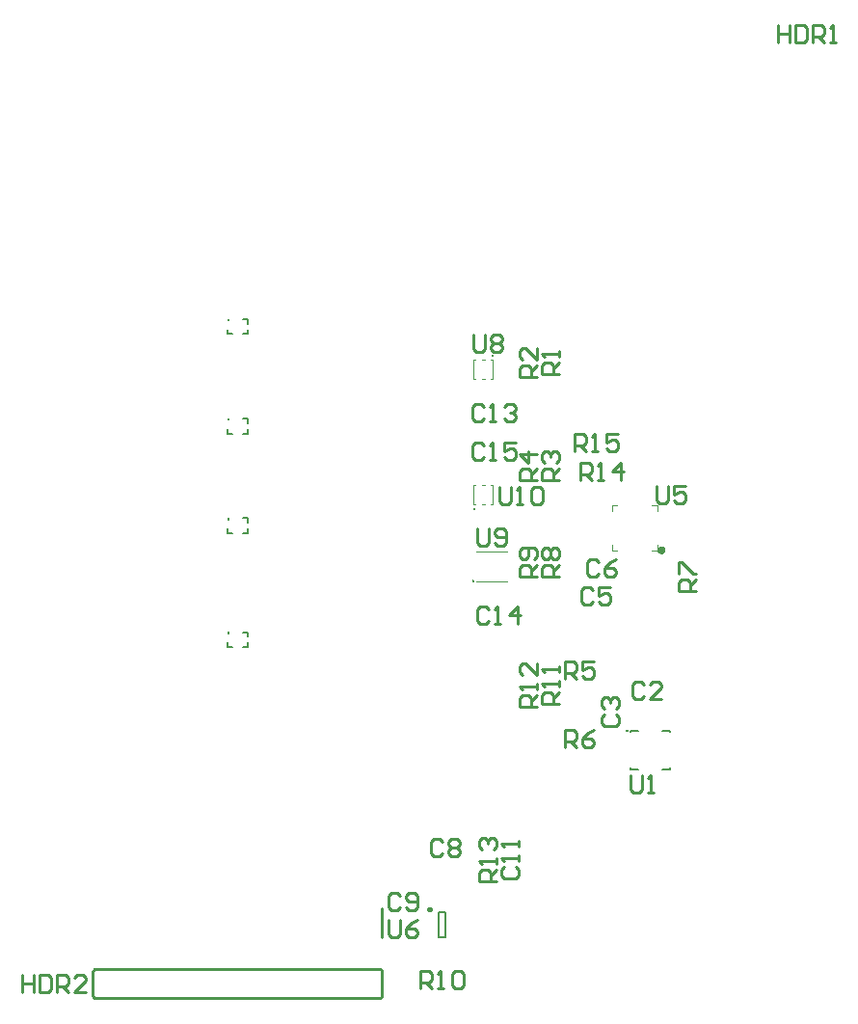
<source format=gbr>
%FSLAX23Y23*%
%MOIN*%
%SFA1B1*%

%IPPOS*%
%ADD45C,0.003940*%
%ADD46C,0.009840*%
%ADD47C,0.012800*%
%ADD48C,0.010000*%
%ADD49C,0.007870*%
%LNmirror_pcb1_legend_top-1*%
%LPD*%
G54D45*
X2591Y1839D02*
D01*
X2591Y1839*
X2591Y1839*
X2591Y1839*
X2590Y1839*
X2590Y1839*
X2590Y1839*
X2590Y1839*
X2590Y1840*
X2590Y1840*
X2590Y1840*
X2590Y1840*
X2590Y1840*
X2590Y1840*
X2590Y1840*
X2590Y1840*
X2589Y1840*
X2589Y1840*
X2589Y1840*
X2589Y1840*
X2589Y1841*
X2589Y1841*
X2589Y1841*
X2589*
X2588Y1841*
X2588Y1841*
X2588Y1840*
X2588Y1840*
X2588Y1840*
X2588Y1840*
X2588Y1840*
X2587Y1840*
X2587Y1840*
X2587Y1840*
X2587Y1840*
X2587Y1840*
X2587Y1840*
X2587Y1840*
X2587Y1839*
X2587Y1839*
X2587Y1839*
X2587Y1839*
X2587Y1839*
X2587Y1839*
X2587Y1839*
X2587Y1839*
X2587Y1838*
X2587Y1838*
X2587Y1838*
X2587Y1838*
X2587Y1838*
X2587Y1838*
X2587Y1838*
X2587Y1838*
X2587Y1837*
X2587Y1837*
X2587Y1837*
X2587Y1837*
X2587Y1837*
X2587Y1837*
X2588Y1837*
X2588Y1837*
X2588Y1837*
X2588Y1837*
X2588Y1837*
X2588Y1837*
X2588Y1837*
X2589Y1837*
X2589*
X2589Y1837*
X2589Y1837*
X2589Y1837*
X2589Y1837*
X2589Y1837*
X2589Y1837*
X2590Y1837*
X2590Y1837*
X2590Y1837*
X2590Y1837*
X2590Y1837*
X2590Y1837*
X2590Y1837*
X2590Y1838*
X2590Y1838*
X2590Y1838*
X2590Y1838*
X2590Y1838*
X2591Y1838*
X2591Y1838*
X2591Y1838*
X2591Y1839*
X2585Y1590D02*
D01*
X2585Y1590*
X2585Y1590*
X2585Y1590*
X2585Y1590*
X2585Y1590*
X2585Y1590*
X2585Y1590*
X2585Y1591*
X2585Y1591*
X2585Y1591*
X2585Y1591*
X2585Y1591*
X2585Y1591*
X2585Y1591*
X2584Y1591*
X2584Y1591*
X2584Y1591*
X2584Y1591*
X2584Y1591*
X2584Y1591*
X2584Y1592*
X2584Y1592*
X2583*
X2583Y1592*
X2583Y1591*
X2583Y1591*
X2583Y1591*
X2583Y1591*
X2583Y1591*
X2582Y1591*
X2582Y1591*
X2582Y1591*
X2582Y1591*
X2582Y1591*
X2582Y1591*
X2582Y1591*
X2582Y1591*
X2582Y1590*
X2582Y1590*
X2582Y1590*
X2582Y1590*
X2582Y1590*
X2582Y1590*
X2582Y1590*
X2582Y1590*
X2582Y1589*
X2582Y1589*
X2582Y1589*
X2582Y1589*
X2582Y1589*
X2582Y1589*
X2582Y1589*
X2582Y1589*
X2582Y1588*
X2582Y1588*
X2582Y1588*
X2582Y1588*
X2582Y1588*
X2582Y1588*
X2582Y1588*
X2583Y1588*
X2583Y1588*
X2583Y1588*
X2583Y1588*
X2583Y1588*
X2583Y1588*
X2583Y1588*
X2584*
X2584Y1588*
X2584Y1588*
X2584Y1588*
X2584Y1588*
X2584Y1588*
X2584Y1588*
X2584Y1588*
X2585Y1588*
X2585Y1588*
X2585Y1588*
X2585Y1588*
X2585Y1588*
X2585Y1588*
X2585Y1589*
X2585Y1589*
X2585Y1589*
X2585Y1589*
X2585Y1589*
X2585Y1589*
X2585Y1589*
X2585Y1589*
X2585Y1590*
X2654Y2368D02*
D01*
X2654Y2368*
X2654Y2368*
X2653Y2368*
X2653Y2368*
X2653Y2368*
X2653Y2368*
X2653Y2369*
X2653Y2369*
X2653Y2369*
X2653Y2369*
X2653Y2369*
X2653Y2369*
X2653Y2369*
X2653Y2369*
X2653Y2369*
X2652Y2369*
X2652Y2369*
X2652Y2370*
X2652Y2370*
X2652Y2370*
X2652Y2370*
X2652Y2370*
X2652*
X2651Y2370*
X2651Y2370*
X2651Y2370*
X2651Y2370*
X2651Y2369*
X2651Y2369*
X2651Y2369*
X2650Y2369*
X2650Y2369*
X2650Y2369*
X2650Y2369*
X2650Y2369*
X2650Y2369*
X2650Y2369*
X2650Y2369*
X2650Y2368*
X2650Y2368*
X2650Y2368*
X2650Y2368*
X2650Y2368*
X2650Y2368*
X2650Y2368*
X2650Y2368*
X2650Y2367*
X2650Y2367*
X2650Y2367*
X2650Y2367*
X2650Y2367*
X2650Y2367*
X2650Y2367*
X2650Y2367*
X2650Y2366*
X2650Y2366*
X2650Y2366*
X2650Y2366*
X2650Y2366*
X2651Y2366*
X2651Y2366*
X2651Y2366*
X2651Y2366*
X2651Y2366*
X2651Y2366*
X2651Y2366*
X2652Y2366*
X2652*
X2652Y2366*
X2652Y2366*
X2652Y2366*
X2652Y2366*
X2652Y2366*
X2652Y2366*
X2653Y2366*
X2653Y2366*
X2653Y2366*
X2653Y2366*
X2653Y2366*
X2653Y2366*
X2653Y2367*
X2653Y2367*
X2653Y2367*
X2653Y2367*
X2653Y2367*
X2653Y2367*
X2653Y2367*
X2654Y2367*
X2654Y2368*
X2654Y2368*
X1740Y1410D02*
D01*
X1740Y1410*
X1740Y1410*
X1740Y1410*
X1740Y1410*
X1740Y1410*
X1740Y1411*
X1739Y1411*
X1739Y1411*
X1739Y1411*
X1739Y1411*
X1739Y1411*
X1739Y1411*
X1739Y1411*
X1739Y1411*
X1739Y1411*
X1739Y1412*
X1738Y1412*
X1738Y1412*
X1738Y1412*
X1738Y1412*
X1738Y1412*
X1738Y1412*
X1738*
X1738Y1412*
X1737Y1412*
X1737Y1412*
X1737Y1412*
X1737Y1412*
X1737Y1412*
X1737Y1411*
X1737Y1411*
X1737Y1411*
X1736Y1411*
X1736Y1411*
X1736Y1411*
X1736Y1411*
X1736Y1411*
X1736Y1411*
X1736Y1411*
X1736Y1410*
X1736Y1410*
X1736Y1410*
X1736Y1410*
X1736Y1410*
X1736Y1410*
X1736Y1410*
X1736Y1409*
X1736Y1409*
X1736Y1409*
X1736Y1409*
X1736Y1409*
X1736Y1409*
X1736Y1409*
X1736Y1409*
X1736Y1408*
X1736Y1408*
X1736Y1408*
X1737Y1408*
X1737Y1408*
X1737Y1408*
X1737Y1408*
X1737Y1408*
X1737Y1408*
X1737Y1408*
X1737Y1408*
X1738Y1408*
X1738Y1408*
X1738*
X1738Y1408*
X1738Y1408*
X1738Y1408*
X1738Y1408*
X1738Y1408*
X1739Y1408*
X1739Y1408*
X1739Y1408*
X1739Y1408*
X1739Y1408*
X1739Y1408*
X1739Y1408*
X1739Y1409*
X1739Y1409*
X1739Y1409*
X1740Y1409*
X1740Y1409*
X1740Y1409*
X1740Y1409*
X1740Y1409*
X1740Y1410*
X1740Y1410*
Y1803D02*
D01*
X1740Y1804*
X1740Y1804*
X1740Y1804*
X1740Y1804*
X1740Y1804*
X1740Y1804*
X1739Y1804*
X1739Y1804*
X1739Y1805*
X1739Y1805*
X1739Y1805*
X1739Y1805*
X1739Y1805*
X1739Y1805*
X1739Y1805*
X1739Y1805*
X1738Y1805*
X1738Y1805*
X1738Y1805*
X1738Y1805*
X1738Y1805*
X1738Y1805*
X1738*
X1738Y1805*
X1737Y1805*
X1737Y1805*
X1737Y1805*
X1737Y1805*
X1737Y1805*
X1737Y1805*
X1737Y1805*
X1737Y1805*
X1736Y1805*
X1736Y1805*
X1736Y1805*
X1736Y1805*
X1736Y1804*
X1736Y1804*
X1736Y1804*
X1736Y1804*
X1736Y1804*
X1736Y1804*
X1736Y1804*
X1736Y1804*
X1736Y1803*
X1736Y1803*
X1736Y1803*
X1736Y1803*
X1736Y1803*
X1736Y1803*
X1736Y1803*
X1736Y1803*
X1736Y1802*
X1736Y1802*
X1736Y1802*
X1736Y1802*
X1736Y1802*
X1737Y1802*
X1737Y1802*
X1737Y1802*
X1737Y1802*
X1737Y1802*
X1737Y1802*
X1737Y1802*
X1737Y1801*
X1738Y1801*
X1738Y1801*
X1738*
X1738Y1801*
X1738Y1801*
X1738Y1802*
X1738Y1802*
X1738Y1802*
X1739Y1802*
X1739Y1802*
X1739Y1802*
X1739Y1802*
X1739Y1802*
X1739Y1802*
X1739Y1802*
X1739Y1802*
X1739Y1802*
X1739Y1803*
X1740Y1803*
X1740Y1803*
X1740Y1803*
X1740Y1803*
X1740Y1803*
X1740Y1803*
X1740Y1803*
X1739Y2148D02*
D01*
X1739Y2148*
X1739Y2148*
X1739Y2148*
X1739Y2148*
X1739Y2149*
X1739Y2149*
X1739Y2149*
X1739Y2149*
X1739Y2149*
X1739Y2149*
X1739Y2149*
X1739Y2149*
X1739Y2149*
X1739Y2150*
X1738Y2150*
X1738Y2150*
X1738Y2150*
X1738Y2150*
X1738Y2150*
X1738Y2150*
X1738Y2150*
X1738Y2150*
X1737*
X1737Y2150*
X1737Y2150*
X1737Y2150*
X1737Y2150*
X1737Y2150*
X1737Y2150*
X1737Y2150*
X1736Y2150*
X1736Y2149*
X1736Y2149*
X1736Y2149*
X1736Y2149*
X1736Y2149*
X1736Y2149*
X1736Y2149*
X1736Y2149*
X1736Y2149*
X1736Y2148*
X1736Y2148*
X1736Y2148*
X1736Y2148*
X1736Y2148*
X1736Y2148*
X1736Y2148*
X1736Y2148*
X1736Y2147*
X1736Y2147*
X1736Y2147*
X1736Y2147*
X1736Y2147*
X1736Y2147*
X1736Y2147*
X1736Y2147*
X1736Y2146*
X1736Y2146*
X1736Y2146*
X1737Y2146*
X1737Y2146*
X1737Y2146*
X1737Y2146*
X1737Y2146*
X1737Y2146*
X1737Y2146*
X1737Y2146*
X1738*
X1738Y2146*
X1738Y2146*
X1738Y2146*
X1738Y2146*
X1738Y2146*
X1738Y2146*
X1738Y2146*
X1739Y2146*
X1739Y2146*
X1739Y2146*
X1739Y2147*
X1739Y2147*
X1739Y2147*
X1739Y2147*
X1739Y2147*
X1739Y2147*
X1739Y2147*
X1739Y2147*
X1739Y2148*
X1739Y2148*
X1739Y2148*
X1739Y2148*
Y2492D02*
D01*
X1739Y2493*
X1739Y2493*
X1739Y2493*
X1739Y2493*
X1739Y2493*
X1739Y2493*
X1739Y2493*
X1739Y2493*
X1739Y2494*
X1739Y2494*
X1739Y2494*
X1739Y2494*
X1739Y2494*
X1739Y2494*
X1738Y2494*
X1738Y2494*
X1738Y2494*
X1738Y2494*
X1738Y2494*
X1738Y2494*
X1738Y2494*
X1738Y2494*
X1737*
X1737Y2494*
X1737Y2494*
X1737Y2494*
X1737Y2494*
X1737Y2494*
X1737Y2494*
X1737Y2494*
X1736Y2494*
X1736Y2494*
X1736Y2494*
X1736Y2494*
X1736Y2494*
X1736Y2494*
X1736Y2493*
X1736Y2493*
X1736Y2493*
X1736Y2493*
X1736Y2493*
X1736Y2493*
X1736Y2493*
X1736Y2493*
X1736Y2492*
X1736Y2492*
X1736Y2492*
X1736Y2492*
X1736Y2492*
X1736Y2492*
X1736Y2492*
X1736Y2491*
X1736Y2491*
X1736Y2491*
X1736Y2491*
X1736Y2491*
X1736Y2491*
X1736Y2491*
X1736Y2491*
X1737Y2491*
X1737Y2491*
X1737Y2491*
X1737Y2491*
X1737Y2490*
X1737Y2490*
X1737Y2490*
X1737Y2490*
X1738*
X1738Y2490*
X1738Y2490*
X1738Y2490*
X1738Y2491*
X1738Y2491*
X1738Y2491*
X1738Y2491*
X1739Y2491*
X1739Y2491*
X1739Y2491*
X1739Y2491*
X1739Y2491*
X1739Y2491*
X1739Y2491*
X1739Y2491*
X1739Y2492*
X1739Y2492*
X1739Y2492*
X1739Y2492*
X1739Y2492*
X1739Y2492*
X1739Y2492*
X3118Y1071D02*
D01*
X3118Y1071*
X3118Y1071*
X3118Y1071*
X3118Y1071*
X3118Y1072*
X3117Y1072*
X3117Y1072*
X3117Y1072*
X3117Y1072*
X3117Y1072*
X3117Y1072*
X3117Y1072*
X3117Y1072*
X3117Y1073*
X3117Y1073*
X3117Y1073*
X3116Y1073*
X3116Y1073*
X3116Y1073*
X3116Y1073*
X3116Y1073*
X3116Y1073*
X3116*
X3115Y1073*
X3115Y1073*
X3115Y1073*
X3115Y1073*
X3115Y1073*
X3115Y1073*
X3115Y1073*
X3115Y1073*
X3114Y1072*
X3114Y1072*
X3114Y1072*
X3114Y1072*
X3114Y1072*
X3114Y1072*
X3114Y1072*
X3114Y1072*
X3114Y1072*
X3114Y1071*
X3114Y1071*
X3114Y1071*
X3114Y1071*
X3114Y1071*
X3114Y1071*
X3114Y1071*
X3114Y1071*
X3114Y1070*
X3114Y1070*
X3114Y1070*
X3114Y1070*
X3114Y1070*
X3114Y1070*
X3114Y1070*
X3114Y1070*
X3114Y1069*
X3114Y1069*
X3115Y1069*
X3115Y1069*
X3115Y1069*
X3115Y1069*
X3115Y1069*
X3115Y1069*
X3115Y1069*
X3115Y1069*
X3116Y1069*
X3116*
X3116Y1069*
X3116Y1069*
X3116Y1069*
X3116Y1069*
X3116Y1069*
X3117Y1069*
X3117Y1069*
X3117Y1069*
X3117Y1069*
X3117Y1069*
X3117Y1070*
X3117Y1070*
X3117Y1070*
X3117Y1070*
X3117Y1070*
X3117Y1070*
X3118Y1070*
X3118Y1070*
X3118Y1071*
X3118Y1071*
X3118Y1071*
X3118Y1071*
X2647Y1919D02*
X2654D01*
X2615D02*
X2625D01*
X2654Y1852D02*
Y1919D01*
X2647Y1852D02*
X2654D01*
X2615D02*
X2625D01*
X2587Y1919D02*
X2594D01*
X2587Y1852D02*
X2594D01*
X2587D02*
Y1919D01*
X2596Y1691D02*
X2703D01*
X2596Y1585D02*
X2703D01*
X2647Y2354D02*
X2654D01*
X2615D02*
X2625D01*
X2654Y2287D02*
Y2354D01*
X2647Y2287D02*
X2654D01*
X2615D02*
X2625D01*
X2587Y2354D02*
X2594D01*
X2587Y2287D02*
X2594D01*
X2587D02*
Y2354D01*
X3065Y1692D02*
X3084D01*
X3065D02*
Y1712D01*
X3222Y1692D02*
Y1712D01*
X3202Y1692D02*
X3222D01*
X3202Y1850D02*
X3222D01*
Y1830D02*
Y1850D01*
X3065Y1830D02*
Y1850D01*
X3084*
G54D46*
X2439Y453D02*
D01*
X2439Y454*
X2439Y454*
X2439Y454*
X2439Y455*
X2439Y455*
X2438Y455*
X2438Y456*
X2438Y456*
X2438Y456*
X2438Y457*
X2437Y457*
X2437Y457*
X2437Y457*
X2437Y458*
X2436Y458*
X2436Y458*
X2436Y458*
X2435Y458*
X2435Y458*
X2435Y458*
X2434Y458*
X2434Y458*
X2434*
X2433Y458*
X2433Y458*
X2433Y458*
X2432Y458*
X2432Y458*
X2432Y458*
X2431Y458*
X2431Y458*
X2431Y457*
X2431Y457*
X2430Y457*
X2430Y457*
X2430Y456*
X2430Y456*
X2430Y456*
X2429Y455*
X2429Y455*
X2429Y455*
X2429Y454*
X2429Y454*
X2429Y454*
X2429Y453*
X2429Y453*
X2429Y453*
X2429Y452*
X2429Y452*
X2429Y452*
X2429Y451*
X2430Y451*
X2430Y451*
X2430Y451*
X2430Y450*
X2430Y450*
X2431Y450*
X2431Y450*
X2431Y449*
X2431Y449*
X2432Y449*
X2432Y449*
X2432Y449*
X2433Y449*
X2433Y449*
X2433Y449*
X2434Y449*
X2434*
X2434Y449*
X2435Y449*
X2435Y449*
X2435Y449*
X2436Y449*
X2436Y449*
X2436Y449*
X2437Y449*
X2437Y450*
X2437Y450*
X2437Y450*
X2438Y450*
X2438Y451*
X2438Y451*
X2438Y451*
X2438Y451*
X2439Y452*
X2439Y452*
X2439Y452*
X2439Y453*
X2439Y453*
X2439Y453*
G54D47*
X3243Y1694D02*
D01*
X3243Y1695*
X3243Y1695*
X3243Y1696*
X3243Y1696*
X3243Y1697*
X3243Y1697*
X3243Y1697*
X3242Y1698*
X3242Y1698*
X3242Y1698*
X3242Y1699*
X3241Y1699*
X3241Y1699*
X3240Y1700*
X3240Y1700*
X3240Y1700*
X3239Y1700*
X3239Y1700*
X3238Y1701*
X3238Y1701*
X3238Y1701*
X3237Y1701*
X3237*
X3236Y1701*
X3236Y1701*
X3235Y1701*
X3235Y1700*
X3235Y1700*
X3234Y1700*
X3234Y1700*
X3233Y1700*
X3233Y1699*
X3233Y1699*
X3232Y1699*
X3232Y1698*
X3232Y1698*
X3231Y1698*
X3231Y1697*
X3231Y1697*
X3231Y1697*
X3231Y1696*
X3231Y1696*
X3231Y1695*
X3231Y1695*
X3231Y1694*
X3231Y1694*
X3231Y1693*
X3231Y1693*
X3231Y1693*
X3231Y1692*
X3231Y1692*
X3231Y1691*
X3231Y1691*
X3232Y1691*
X3232Y1690*
X3232Y1690*
X3233Y1690*
X3233Y1689*
X3233Y1689*
X3234Y1689*
X3234Y1689*
X3235Y1688*
X3235Y1688*
X3235Y1688*
X3236Y1688*
X3236Y1688*
X3237Y1688*
X3237*
X3238Y1688*
X3238Y1688*
X3238Y1688*
X3239Y1688*
X3239Y1688*
X3240Y1689*
X3240Y1689*
X3240Y1689*
X3241Y1689*
X3241Y1690*
X3242Y1690*
X3242Y1690*
X3242Y1691*
X3242Y1691*
X3243Y1691*
X3243Y1692*
X3243Y1692*
X3243Y1693*
X3243Y1693*
X3243Y1693*
X3243Y1694*
X3243Y1694*
G54D48*
X2270Y236D02*
D01*
X2270Y237*
X2270Y238*
X2270Y238*
X2270Y239*
X2270Y240*
X2270Y240*
X2269Y241*
X2269Y242*
X2268Y242*
X2268Y243*
X2268Y243*
X2267Y244*
X2267Y244*
X2266Y245*
X2265Y245*
X2265Y245*
X2264Y246*
X2263Y246*
X2263Y246*
X2262Y246*
X2261Y246*
X2261Y246*
X2260Y246*
Y146D02*
D01*
X2261Y146*
X2262Y146*
X2262Y147*
X2263Y147*
X2264Y147*
X2264Y147*
X2265Y148*
X2266Y148*
X2266Y148*
X2267Y149*
X2267Y149*
X2268Y150*
X2268Y150*
X2269Y151*
X2269Y151*
X2269Y152*
X2270Y153*
X2270Y153*
X2270Y154*
X2270Y155*
X2270Y155*
X2270Y156*
X2270Y156*
X1280Y246D02*
D01*
X1280Y246*
X1279Y246*
X1278Y246*
X1278Y246*
X1277Y246*
X1276Y245*
X1276Y245*
X1275Y245*
X1274Y244*
X1274Y244*
X1273Y244*
X1273Y243*
X1272Y243*
X1272Y242*
X1272Y241*
X1271Y241*
X1271Y240*
X1271Y239*
X1271Y239*
X1271Y238*
X1270Y237*
X1270Y237*
X1270Y236*
Y156D02*
D01*
X1270Y156*
X1270Y155*
X1271Y154*
X1271Y154*
X1271Y153*
X1271Y152*
X1272Y152*
X1272Y151*
X1272Y150*
X1273Y150*
X1273Y149*
X1274Y149*
X1274Y148*
X1275Y148*
X1275Y148*
X1276Y147*
X1277Y147*
X1277Y147*
X1278Y147*
X1279Y147*
X1279Y146*
X1280Y146*
X1280Y146*
X2270Y355D02*
Y455D01*
Y156D02*
Y236D01*
X1270Y156D02*
Y236D01*
X1280Y146D02*
X2260D01*
X1280Y246D02*
X2260D01*
X2640Y1490D02*
X2630Y1500D01*
X2610*
X2600Y1490*
Y1450*
X2610Y1440*
X2630*
X2640Y1450*
X2660Y1440D02*
X2680D01*
X2670*
Y1500*
X2660Y1490*
X2740Y1440D02*
Y1500D01*
X2710Y1470*
X2750*
X2675Y1912D02*
Y1862D01*
X2685Y1852*
X2705*
X2715Y1862*
Y1912*
X2735Y1852D02*
X2755D01*
X2745*
Y1912*
X2735Y1902*
X2785D02*
X2795Y1912D01*
X2815*
X2825Y1902*
Y1862*
X2815Y1852*
X2795*
X2785Y1862*
Y1902*
X2599Y1769D02*
Y1719D01*
X2609Y1709*
X2629*
X2639Y1719*
Y1769*
X2659Y1719D02*
X2669Y1709D01*
X2689*
X2699Y1719*
Y1759*
X2689Y1769*
X2669*
X2659Y1759*
Y1749*
X2669Y1739*
X2699*
X2622Y2057D02*
X2612Y2067D01*
X2592*
X2582Y2057*
Y2017*
X2592Y2007*
X2612*
X2622Y2017*
X2642Y2007D02*
X2662D01*
X2652*
Y2067*
X2642Y2057*
X2732Y2067D02*
X2692D01*
Y2037*
X2712Y2047*
X2722*
X2732Y2037*
Y2017*
X2722Y2007*
X2702*
X2692Y2017*
X2587Y2441D02*
Y2391D01*
X2597Y2381*
X2617*
X2627Y2391*
Y2441*
X2647Y2431D02*
X2657Y2441D01*
X2677*
X2687Y2431*
Y2421*
X2677Y2411*
X2687Y2401*
Y2391*
X2677Y2381*
X2657*
X2647Y2391*
Y2401*
X2657Y2411*
X2647Y2421*
Y2431*
X2657Y2411D02*
X2677D01*
X2622Y2189D02*
X2612Y2199D01*
X2592*
X2582Y2189*
Y2149*
X2592Y2139*
X2612*
X2622Y2149*
X2642Y2139D02*
X2662D01*
X2652*
Y2199*
X2642Y2189*
X2692D02*
X2702Y2199D01*
X2722*
X2732Y2189*
Y2179*
X2722Y2169*
X2712*
X2722*
X2732Y2159*
Y2149*
X2722Y2139*
X2702*
X2692Y2149*
X1025Y226D02*
Y166D01*
Y196*
X1065*
Y226*
Y166*
X1085Y226D02*
Y166D01*
X1115*
X1125Y176*
Y216*
X1115Y226*
X1085*
X1145Y166D02*
Y226D01*
X1175*
X1185Y216*
Y196*
X1175Y186*
X1145*
X1165D02*
X1185Y166D01*
X1245D02*
X1205D01*
X1245Y206*
Y216*
X1235Y226*
X1215*
X1205Y216*
X2936Y2036D02*
Y2096D01*
X2966*
X2976Y2086*
Y2066*
X2966Y2056*
X2936*
X2956D02*
X2976Y2036D01*
X2996D02*
X3016D01*
X3006*
Y2096*
X2996Y2086*
X3086Y2096D02*
X3046D01*
Y2066*
X3066Y2076*
X3076*
X3086Y2066*
Y2046*
X3076Y2036*
X3056*
X3046Y2046*
X2956Y1938D02*
Y1998D01*
X2986*
X2996Y1988*
Y1968*
X2986Y1958*
X2956*
X2976D02*
X2996Y1938D01*
X3016D02*
X3036D01*
X3026*
Y1998*
X3016Y1988*
X3096Y1938D02*
Y1998D01*
X3066Y1968*
X3106*
X2292Y417D02*
Y367D01*
X2302Y357*
X2322*
X2332Y367*
Y417*
X2392D02*
X2372Y407D01*
X2352Y387*
Y367*
X2362Y357*
X2382*
X2392Y367*
Y377*
X2382Y387*
X2352*
X3221Y1916D02*
Y1866D01*
X3231Y1856*
X3251*
X3261Y1866*
Y1916*
X3321D02*
X3281D01*
Y1886*
X3301Y1896*
X3311*
X3321Y1886*
Y1866*
X3311Y1856*
X3291*
X3281Y1866*
X3129Y915D02*
Y865D01*
X3139Y855*
X3159*
X3169Y865*
Y915*
X3189Y855D02*
X3209D01*
X3199*
Y915*
X3189Y905*
X2666Y550D02*
X2606D01*
Y580*
X2616Y590*
X2636*
X2646Y580*
Y550*
Y570D02*
X2666Y590D01*
Y610D02*
Y630D01*
Y620*
X2606*
X2616Y610*
Y660D02*
X2606Y670D01*
Y690*
X2616Y700*
X2626*
X2636Y690*
Y680*
Y690*
X2646Y700*
X2656*
X2666Y690*
Y670*
X2656Y660*
X2805Y1152D02*
X2745D01*
Y1182*
X2755Y1192*
X2775*
X2785Y1182*
Y1152*
Y1172D02*
X2805Y1192D01*
Y1212D02*
Y1232D01*
Y1222*
X2745*
X2755Y1212*
X2805Y1302D02*
Y1262D01*
X2765Y1302*
X2755*
X2745Y1292*
Y1272*
X2755Y1262*
X2884Y1162D02*
X2824D01*
Y1192*
X2834Y1202*
X2854*
X2864Y1192*
Y1162*
Y1182D02*
X2884Y1202D01*
Y1222D02*
Y1242D01*
Y1232*
X2824*
X2834Y1222*
X2884Y1272D02*
Y1292D01*
Y1282*
X2824*
X2834Y1272*
X2403Y181D02*
Y241D01*
X2433*
X2443Y231*
Y211*
X2433Y201*
X2403*
X2423D02*
X2443Y181D01*
X2463D02*
X2483D01*
X2473*
Y241*
X2463Y231*
X2513D02*
X2523Y241D01*
X2543*
X2553Y231*
Y191*
X2543Y181*
X2523*
X2513Y191*
Y231*
X2805Y1603D02*
X2745D01*
Y1633*
X2755Y1643*
X2775*
X2785Y1633*
Y1603*
Y1623D02*
X2805Y1643D01*
X2795Y1663D02*
X2805Y1673D01*
Y1693*
X2795Y1703*
X2755*
X2745Y1693*
Y1673*
X2755Y1663*
X2765*
X2775Y1673*
Y1703*
X2884Y1603D02*
X2824D01*
Y1633*
X2834Y1643*
X2854*
X2864Y1633*
Y1603*
Y1623D02*
X2884Y1643D01*
X2834Y1663D02*
X2824Y1673D01*
Y1693*
X2834Y1703*
X2844*
X2854Y1693*
X2864Y1703*
X2874*
X2884Y1693*
Y1673*
X2874Y1663*
X2864*
X2854Y1673*
X2844Y1663*
X2834*
X2854Y1673D02*
Y1693D01*
X3356Y1553D02*
X3296D01*
Y1583*
X3306Y1593*
X3326*
X3336Y1583*
Y1553*
Y1573D02*
X3356Y1593D01*
X3296Y1613D02*
Y1653D01*
X3306*
X3346Y1613*
X3356*
X2902Y1013D02*
Y1073D01*
X2932*
X2942Y1063*
Y1043*
X2932Y1033*
X2902*
X2922D02*
X2942Y1013D01*
X3002Y1073D02*
X2982Y1063D01*
X2962Y1043*
Y1023*
X2972Y1013*
X2992*
X3002Y1023*
Y1033*
X2992Y1043*
X2962*
X2902Y1249D02*
Y1309D01*
X2932*
X2942Y1299*
Y1279*
X2932Y1269*
X2902*
X2922D02*
X2942Y1249D01*
X3002Y1309D02*
X2962D01*
Y1279*
X2982Y1289*
X2992*
X3002Y1279*
Y1259*
X2992Y1249*
X2972*
X2962Y1259*
X2805Y1935D02*
X2745D01*
Y1965*
X2755Y1975*
X2775*
X2785Y1965*
Y1935*
Y1955D02*
X2805Y1975D01*
Y2025D02*
X2745D01*
X2775Y1995*
Y2035*
X2884Y1935D02*
X2824D01*
Y1965*
X2834Y1975*
X2854*
X2864Y1965*
Y1935*
Y1955D02*
X2884Y1975D01*
X2834Y1995D02*
X2824Y2005D01*
Y2025*
X2834Y2035*
X2844*
X2854Y2025*
Y2015*
Y2025*
X2864Y2035*
X2874*
X2884Y2025*
Y2005*
X2874Y1995*
X2805Y2292D02*
X2745D01*
Y2322*
X2755Y2332*
X2775*
X2785Y2322*
Y2292*
Y2312D02*
X2805Y2332D01*
Y2392D02*
Y2352D01*
X2765Y2392*
X2755*
X2745Y2382*
Y2362*
X2755Y2352*
X2884Y2302D02*
X2824D01*
Y2332*
X2834Y2342*
X2854*
X2864Y2332*
Y2302*
Y2322D02*
X2884Y2342D01*
Y2362D02*
Y2382D01*
Y2372*
X2824*
X2834Y2362*
X3640Y3509D02*
Y3449D01*
Y3479*
X3680*
Y3509*
Y3449*
X3700Y3509D02*
Y3449D01*
X3730*
X3740Y3459*
Y3499*
X3730Y3509*
X3700*
X3760Y3449D02*
Y3509D01*
X3790*
X3800Y3499*
Y3479*
X3790Y3469*
X3760*
X3780D02*
X3800Y3449D01*
X3820D02*
X3840D01*
X3830*
Y3509*
X3820Y3499*
X2694Y600D02*
X2684Y590D01*
Y570*
X2694Y560*
X2734*
X2744Y570*
Y590*
X2734Y600*
X2744Y620D02*
Y640D01*
Y630*
X2684*
X2694Y620*
X2744Y670D02*
Y690D01*
Y680*
X2684*
X2694Y670*
X2332Y501D02*
X2322Y511D01*
X2302*
X2292Y501*
Y461*
X2302Y451*
X2322*
X2332Y461*
X2352D02*
X2362Y451D01*
X2382*
X2392Y461*
Y501*
X2382Y511*
X2362*
X2352Y501*
Y491*
X2362Y481*
X2392*
X2480Y685D02*
X2470Y695D01*
X2450*
X2440Y685*
Y645*
X2450Y635*
X2470*
X2480Y645*
X2500Y685D02*
X2510Y695D01*
X2530*
X2540Y685*
Y675*
X2530Y665*
X2540Y655*
Y645*
X2530Y635*
X2510*
X2500Y645*
Y655*
X2510Y665*
X2500Y675*
Y685*
X2510Y665D02*
X2530D01*
X3021Y1653D02*
X3011Y1663D01*
X2991*
X2981Y1653*
Y1613*
X2991Y1603*
X3011*
X3021Y1613*
X3081Y1663D02*
X3061Y1653D01*
X3041Y1633*
Y1613*
X3051Y1603*
X3071*
X3081Y1613*
Y1623*
X3071Y1633*
X3041*
X3001Y1555D02*
X2991Y1565D01*
X2971*
X2961Y1555*
Y1515*
X2971Y1505*
X2991*
X3001Y1515*
X3061Y1565D02*
X3021D01*
Y1535*
X3041Y1545*
X3051*
X3061Y1535*
Y1515*
X3051Y1505*
X3031*
X3021Y1515*
X3041Y1126D02*
X3031Y1116D01*
Y1096*
X3041Y1086*
X3081*
X3091Y1096*
Y1116*
X3081Y1126*
X3041Y1146D02*
X3031Y1156D01*
Y1176*
X3041Y1186*
X3051*
X3061Y1176*
Y1166*
Y1176*
X3071Y1186*
X3081*
X3091Y1176*
Y1156*
X3081Y1146*
X3175Y1230D02*
X3165Y1240D01*
X3145*
X3135Y1230*
Y1190*
X3145Y1180*
X3165*
X3175Y1190*
X3235Y1180D02*
X3195D01*
X3235Y1220*
Y1230*
X3225Y1240*
X3205*
X3195Y1230*
G54D49*
X1736Y1359D02*
Y1375D01*
Y1359D02*
X1752D01*
X1791Y1359D02*
X1807D01*
Y1375*
X1807Y1396D02*
Y1411D01*
X1791D02*
X1807D01*
X2490Y355D02*
Y442D01*
X2466Y355D02*
Y442D01*
Y355D02*
X2490D01*
X2466Y442D02*
X2490D01*
X1736Y1753D02*
Y1769D01*
Y1753D02*
X1752D01*
X1791Y1753D02*
X1807D01*
Y1769*
X1807Y1789D02*
Y1805D01*
X1791D02*
X1807D01*
X1736Y2098D02*
Y2113D01*
Y2098D02*
X1752D01*
X1791Y2098D02*
X1806D01*
Y2113*
X1806Y2134D02*
Y2150D01*
X1791D02*
X1806D01*
X1736Y2442D02*
Y2458D01*
Y2442D02*
X1752D01*
X1791Y2442D02*
X1806D01*
Y2458*
X1806Y2478D02*
Y2494D01*
X1791D02*
X1806D01*
X3239Y937D02*
X3265D01*
X3131D02*
X3157D01*
X3239Y1071D02*
X3265D01*
X3131D02*
X3157D01*
X3265Y937D02*
Y943D01*
Y1065D02*
Y1071D01*
X3131Y937D02*
Y943D01*
Y1065D02*
Y1071D01*
M02*
</source>
